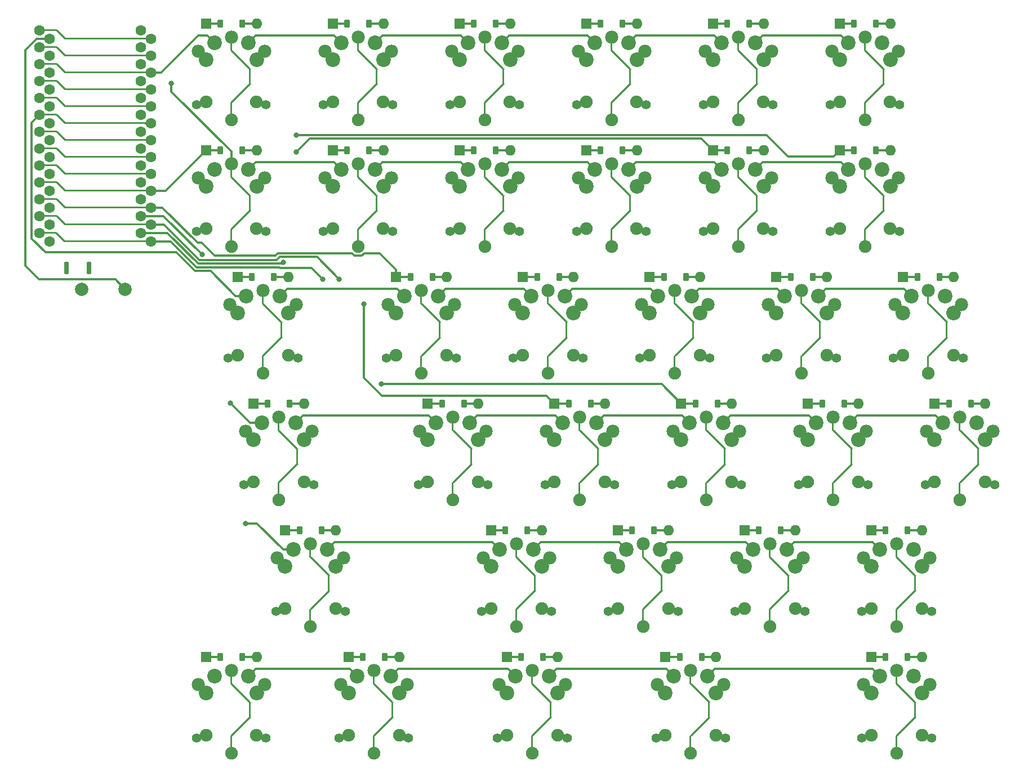
<source format=gbr>
%TF.GenerationSoftware,KiCad,Pcbnew,8.0.6*%
%TF.CreationDate,2025-05-11T12:33:18+09:00*%
%TF.ProjectId,65_split_left,36355f73-706c-4697-945f-6c6566742e6b,rev?*%
%TF.SameCoordinates,PX12f0318PYf8a778*%
%TF.FileFunction,Copper,L2,Bot*%
%TF.FilePolarity,Positive*%
%FSLAX46Y46*%
G04 Gerber Fmt 4.6, Leading zero omitted, Abs format (unit mm)*
G04 Created by KiCad (PCBNEW 8.0.6) date 2025-05-11 12:33:18*
%MOMM*%
%LPD*%
G01*
G04 APERTURE LIST*
G04 Aperture macros list*
%AMRoundRect*
0 Rectangle with rounded corners*
0 $1 Rounding radius*
0 $2 $3 $4 $5 $6 $7 $8 $9 X,Y pos of 4 corners*
0 Add a 4 corners polygon primitive as box body*
4,1,4,$2,$3,$4,$5,$6,$7,$8,$9,$2,$3,0*
0 Add four circle primitives for the rounded corners*
1,1,$1+$1,$2,$3*
1,1,$1+$1,$4,$5*
1,1,$1+$1,$6,$7*
1,1,$1+$1,$8,$9*
0 Add four rect primitives between the rounded corners*
20,1,$1+$1,$2,$3,$4,$5,0*
20,1,$1+$1,$4,$5,$6,$7,0*
20,1,$1+$1,$6,$7,$8,$9,0*
20,1,$1+$1,$8,$9,$2,$3,0*%
G04 Aperture macros list end*
%TA.AperFunction,ComponentPad*%
%ADD10C,2.200000*%
%TD*%
%TA.AperFunction,SMDPad,CuDef*%
%ADD11RoundRect,0.126998X-0.000010X-0.889001X0.000010X-0.889001X0.000010X0.889001X-0.000010X0.889001X0*%
%TD*%
%TA.AperFunction,ComponentPad*%
%ADD12C,1.970000*%
%TD*%
%TA.AperFunction,SMDPad,CuDef*%
%ADD13RoundRect,0.126997X-0.000010X-0.842747X0.000010X-0.842747X0.000010X0.842747X-0.000010X0.842747X0*%
%TD*%
%TA.AperFunction,ComponentPad*%
%ADD14C,1.900000*%
%TD*%
%TA.AperFunction,SMDPad,CuDef*%
%ADD15RoundRect,0.127000X-1.392993X1.393007X-1.393007X1.392993X1.392993X-1.393007X1.393007X-1.392993X0*%
%TD*%
%TA.AperFunction,SMDPad,CuDef*%
%ADD16RoundRect,0.127000X-1.393007X-1.392993X-1.392993X-1.393007X1.393007X1.392993X1.392993X1.393007X0*%
%TD*%
%TA.AperFunction,SMDPad,CuDef*%
%ADD17RoundRect,0.127000X-0.000010X-1.143000X0.000010X-1.143000X0.000010X1.143000X-0.000010X1.143000X0*%
%TD*%
%TA.AperFunction,ComponentPad*%
%ADD18R,1.600000X1.600000*%
%TD*%
%TA.AperFunction,SMDPad,CuDef*%
%ADD19RoundRect,0.041667X-0.625080X0.085333X-0.625080X-0.085333X0.625080X-0.085333X0.625080X0.085333X0*%
%TD*%
%TA.AperFunction,SMDPad,CuDef*%
%ADD20RoundRect,0.225000X0.225000X0.375000X-0.225000X0.375000X-0.225000X-0.375000X0.225000X-0.375000X0*%
%TD*%
%TA.AperFunction,ComponentPad*%
%ADD21C,1.400000*%
%TD*%
%TA.AperFunction,ComponentPad*%
%ADD22O,1.600000X1.600000*%
%TD*%
%TA.AperFunction,ComponentPad*%
%ADD23C,2.000000*%
%TD*%
%TA.AperFunction,SMDPad,CuDef*%
%ADD24RoundRect,0.126994X-0.952506X0.000010X-0.952506X-0.000010X0.952506X-0.000010X0.952506X0.000010X0*%
%TD*%
%TA.AperFunction,ComponentPad*%
%ADD25C,1.600000*%
%TD*%
%TA.AperFunction,SMDPad,CuDef*%
%ADD26RoundRect,0.127000X-0.634975X0.634989X-0.634989X0.634975X0.634975X-0.634989X0.634989X-0.634975X0*%
%TD*%
%TA.AperFunction,SMDPad,CuDef*%
%ADD27RoundRect,0.126996X-6.603501X0.000010X-6.603501X-0.000010X6.603501X-0.000010X6.603501X0.000010X0*%
%TD*%
%TA.AperFunction,SMDPad,CuDef*%
%ADD28RoundRect,0.170000X-0.170000X-0.780000X0.170000X-0.780000X0.170000X0.780000X-0.170000X0.780000X0*%
%TD*%
%TA.AperFunction,ComponentPad*%
%ADD29C,0.700000*%
%TD*%
%TA.AperFunction,ViaPad*%
%ADD30C,0.800000*%
%TD*%
%TA.AperFunction,Conductor*%
%ADD31C,0.300000*%
%TD*%
G04 APERTURE END LIST*
D10*
%TO.P,SW32,1,1*%
%TO.N,/ROW 5*%
X75652750Y-99695000D03*
D11*
X78192749Y-109600999D03*
D12*
X78192750Y-98875000D03*
D13*
X78192750Y-99995256D03*
D14*
X78192750Y-111275000D03*
D15*
X79589750Y-102235000D03*
D16*
X79589750Y-107315000D03*
D10*
X80732750Y-99695000D03*
D17*
X80986750Y-104775000D03*
D18*
%TO.P,SW32,2,2*%
%TO.N,/COL 2*%
X74382750Y-96825000D03*
D19*
X75592750Y-96825000D03*
D20*
X76542750Y-96825000D03*
D21*
%TO.P,SW32,3,3*%
%TO.N,unconnected-(SW32-Pad3)_5*%
X72972750Y-108975000D03*
D12*
%TO.N,unconnected-(SW32-Pad3)_12*%
X73192750Y-100975000D03*
D10*
%TO.N,unconnected-(SW32-Pad3)_6*%
X74382750Y-102235000D03*
D14*
%TO.N,unconnected-(SW32-Pad3)_4*%
X74392750Y-108575000D03*
D20*
%TO.N,unconnected-(SW32-Pad3)_2*%
X79843750Y-96825000D03*
D19*
%TO.N,unconnected-(SW32-Pad3)*%
X80692750Y-96825000D03*
D14*
%TO.N,unconnected-(SW32-Pad3)_11*%
X81992750Y-108575000D03*
D22*
%TO.N,unconnected-(SW32-Pad3)_13*%
X82002750Y-96825000D03*
D10*
%TO.N,unconnected-(SW32-Pad3)_14*%
X82002750Y-102235000D03*
D12*
%TO.N,unconnected-(SW32-Pad3)_7*%
X83192750Y-100975000D03*
D21*
%TO.N,unconnected-(SW32-Pad3)_3*%
X83412750Y-108975000D03*
%TD*%
D10*
%TO.P,SW28,1,1*%
%TO.N,/ROW 4*%
X111371500Y-80645000D03*
D11*
X113911499Y-90550999D03*
D12*
X113911500Y-79825000D03*
D13*
X113911500Y-80945256D03*
D14*
X113911500Y-92225000D03*
D15*
X115308500Y-83185000D03*
D16*
X115308500Y-88265000D03*
D10*
X116451500Y-80645000D03*
D17*
X116705500Y-85725000D03*
D18*
%TO.P,SW28,2,2*%
%TO.N,/COL 3*%
X110101500Y-77775000D03*
D19*
X111311500Y-77775000D03*
D20*
X112261500Y-77775000D03*
D21*
%TO.P,SW28,3,3*%
%TO.N,unconnected-(SW28-Pad3)_5*%
X108691500Y-89925000D03*
D12*
%TO.N,unconnected-(SW28-Pad3)_4*%
X108911500Y-81925000D03*
D10*
%TO.N,unconnected-(SW28-Pad3)_12*%
X110101500Y-83185000D03*
D14*
%TO.N,unconnected-(SW28-Pad3)_18*%
X110111500Y-89525000D03*
D20*
%TO.N,unconnected-(SW28-Pad3)_20*%
X115562500Y-77775000D03*
D19*
%TO.N,unconnected-(SW28-Pad3)_6*%
X116411500Y-77775000D03*
D14*
%TO.N,unconnected-(SW28-Pad3)_11*%
X117711500Y-89525000D03*
D22*
%TO.N,unconnected-(SW28-Pad3)_2*%
X117721500Y-77775000D03*
D10*
%TO.N,unconnected-(SW28-Pad3)_1*%
X117721500Y-83185000D03*
D12*
%TO.N,unconnected-(SW28-Pad3)_13*%
X118911500Y-81925000D03*
D21*
%TO.N,unconnected-(SW28-Pad3)_16*%
X119131500Y-89925000D03*
%TD*%
D10*
%TO.P,SW11,1,1*%
%TO.N,/ROW 1*%
X106609000Y-23495000D03*
D11*
X109148999Y-33400999D03*
D12*
X109149000Y-22675000D03*
D13*
X109149000Y-23795256D03*
D14*
X109149000Y-35075000D03*
D15*
X110546000Y-26035000D03*
D16*
X110546000Y-31115000D03*
D10*
X111689000Y-23495000D03*
D17*
X111943000Y-28575000D03*
D18*
%TO.P,SW11,2,2*%
%TO.N,/COL 4*%
X105339000Y-20625000D03*
D19*
X106549000Y-20625000D03*
D20*
X107499000Y-20625000D03*
D21*
%TO.P,SW11,3,3*%
%TO.N,unconnected-(SW11-Pad3)_11*%
X103929000Y-32775000D03*
D12*
%TO.N,unconnected-(SW11-Pad3)_15*%
X104149000Y-24775000D03*
D10*
%TO.N,unconnected-(SW11-Pad3)_16*%
X105339000Y-26035000D03*
D14*
%TO.N,unconnected-(SW11-Pad3)_17*%
X105349000Y-32375000D03*
D20*
%TO.N,unconnected-(SW11-Pad3)_6*%
X110800000Y-20625000D03*
D19*
%TO.N,unconnected-(SW11-Pad3)_14*%
X111649000Y-20625000D03*
D14*
%TO.N,unconnected-(SW11-Pad3)_2*%
X112949000Y-32375000D03*
D22*
%TO.N,unconnected-(SW11-Pad3)_12*%
X112959000Y-20625000D03*
D10*
%TO.N,unconnected-(SW11-Pad3)_9*%
X112959000Y-26035000D03*
D12*
%TO.N,unconnected-(SW11-Pad3)_10*%
X114149000Y-24775000D03*
D21*
%TO.N,unconnected-(SW11-Pad3)_19*%
X114369000Y-32775000D03*
%TD*%
D10*
%TO.P,SW20,1,1*%
%TO.N,/ROW 3*%
X63746500Y-61595000D03*
D11*
X66286499Y-71500999D03*
D12*
X66286500Y-60775000D03*
D13*
X66286500Y-61895256D03*
D14*
X66286500Y-73175000D03*
D15*
X67683500Y-64135000D03*
D16*
X67683500Y-69215000D03*
D10*
X68826500Y-61595000D03*
D17*
X69080500Y-66675000D03*
D18*
%TO.P,SW20,2,2*%
%TO.N,/COL 1*%
X62476500Y-58725000D03*
D19*
X63686500Y-58725000D03*
D20*
X64636500Y-58725000D03*
D21*
%TO.P,SW20,3,3*%
%TO.N,unconnected-(SW20-Pad3)_3*%
X61066500Y-70875000D03*
D12*
%TO.N,unconnected-(SW20-Pad3)_13*%
X61286500Y-62875000D03*
D10*
%TO.N,unconnected-(SW20-Pad3)_12*%
X62476500Y-64135000D03*
D14*
%TO.N,unconnected-(SW20-Pad3)_19*%
X62486500Y-70475000D03*
D20*
%TO.N,unconnected-(SW20-Pad3)_1*%
X67937500Y-58725000D03*
D19*
%TO.N,unconnected-(SW20-Pad3)_10*%
X68786500Y-58725000D03*
D14*
%TO.N,unconnected-(SW20-Pad3)_2*%
X70086500Y-70475000D03*
D22*
%TO.N,unconnected-(SW20-Pad3)_7*%
X70096500Y-58725000D03*
D10*
%TO.N,unconnected-(SW20-Pad3)_17*%
X70096500Y-64135000D03*
D12*
%TO.N,unconnected-(SW20-Pad3)*%
X71286500Y-62875000D03*
D21*
%TO.N,unconnected-(SW20-Pad3)_15*%
X71506500Y-70875000D03*
%TD*%
D10*
%TO.P,SW9,1,1*%
%TO.N,/ROW 1*%
X68509000Y-23495000D03*
D11*
X71048999Y-33400999D03*
D12*
X71049000Y-22675000D03*
D13*
X71049000Y-23795256D03*
D14*
X71049000Y-35075000D03*
D15*
X72446000Y-26035000D03*
D16*
X72446000Y-31115000D03*
D10*
X73589000Y-23495000D03*
D17*
X73843000Y-28575000D03*
D18*
%TO.P,SW9,2,2*%
%TO.N,/COL 2*%
X67239000Y-20625000D03*
D19*
X68449000Y-20625000D03*
D20*
X69399000Y-20625000D03*
D21*
%TO.P,SW9,3,3*%
%TO.N,unconnected-(SW9-Pad3)_6*%
X65829000Y-32775000D03*
D12*
%TO.N,unconnected-(SW9-Pad3)*%
X66049000Y-24775000D03*
D10*
%TO.N,unconnected-(SW9-Pad3)_13*%
X67239000Y-26035000D03*
D14*
%TO.N,unconnected-(SW9-Pad3)_16*%
X67249000Y-32375000D03*
D20*
%TO.N,unconnected-(SW9-Pad3)_10*%
X72700000Y-20625000D03*
D19*
%TO.N,unconnected-(SW9-Pad3)_19*%
X73549000Y-20625000D03*
D14*
%TO.N,unconnected-(SW9-Pad3)_15*%
X74849000Y-32375000D03*
D22*
%TO.N,unconnected-(SW9-Pad3)_14*%
X74859000Y-20625000D03*
D10*
%TO.N,unconnected-(SW9-Pad3)_3*%
X74859000Y-26035000D03*
D12*
%TO.N,unconnected-(SW9-Pad3)_12*%
X76049000Y-24775000D03*
D21*
%TO.N,unconnected-(SW9-Pad3)_11*%
X76269000Y-32775000D03*
%TD*%
D10*
%TO.P,SW29,1,1*%
%TO.N,/ROW 4*%
X130421500Y-80645000D03*
D11*
X132961499Y-90550999D03*
D12*
X132961500Y-79825000D03*
D13*
X132961500Y-80945256D03*
D14*
X132961500Y-92225000D03*
D15*
X134358500Y-83185000D03*
D16*
X134358500Y-88265000D03*
D10*
X135501500Y-80645000D03*
D17*
X135755500Y-85725000D03*
D18*
%TO.P,SW29,2,2*%
%TO.N,/COL 4*%
X129151500Y-77775000D03*
D19*
X130361500Y-77775000D03*
D20*
X131311500Y-77775000D03*
D21*
%TO.P,SW29,3,3*%
%TO.N,unconnected-(SW29-Pad3)_2*%
X127741500Y-89925000D03*
D12*
%TO.N,unconnected-(SW29-Pad3)_16*%
X127961500Y-81925000D03*
D10*
%TO.N,unconnected-(SW29-Pad3)_21*%
X129151500Y-83185000D03*
D14*
%TO.N,unconnected-(SW29-Pad3)_11*%
X129161500Y-89525000D03*
D20*
%TO.N,unconnected-(SW29-Pad3)_13*%
X134612500Y-77775000D03*
D19*
%TO.N,unconnected-(SW29-Pad3)_4*%
X135461500Y-77775000D03*
D14*
%TO.N,unconnected-(SW29-Pad3)_20*%
X136761500Y-89525000D03*
D22*
%TO.N,unconnected-(SW29-Pad3)_3*%
X136771500Y-77775000D03*
D10*
%TO.N,unconnected-(SW29-Pad3)_7*%
X136771500Y-83185000D03*
D12*
%TO.N,unconnected-(SW29-Pad3)_12*%
X137961500Y-81925000D03*
D21*
%TO.N,unconnected-(SW29-Pad3)_8*%
X138181500Y-89925000D03*
%TD*%
D10*
%TO.P,SW18,1,1*%
%TO.N,/ROW 2*%
X135184000Y-42545000D03*
D11*
X137723999Y-52450999D03*
D12*
X137724000Y-41725000D03*
D13*
X137724000Y-42845256D03*
D14*
X137724000Y-54125000D03*
D15*
X139121000Y-45085000D03*
D16*
X139121000Y-50165000D03*
D10*
X140264000Y-42545000D03*
D17*
X140518000Y-47625000D03*
D18*
%TO.P,SW18,2,2*%
%TO.N,/COL 5*%
X133914000Y-39675000D03*
D19*
X135124000Y-39675000D03*
D20*
X136074000Y-39675000D03*
D21*
%TO.P,SW18,3,3*%
%TO.N,unconnected-(SW18-Pad3)_18*%
X132504000Y-51825000D03*
D12*
%TO.N,unconnected-(SW18-Pad3)*%
X132724000Y-43825000D03*
D10*
%TO.N,unconnected-(SW18-Pad3)_14*%
X133914000Y-45085000D03*
D14*
%TO.N,unconnected-(SW18-Pad3)_10*%
X133924000Y-51425000D03*
D20*
%TO.N,unconnected-(SW18-Pad3)_17*%
X139375000Y-39675000D03*
D19*
%TO.N,unconnected-(SW18-Pad3)_9*%
X140224000Y-39675000D03*
D14*
%TO.N,unconnected-(SW18-Pad3)_19*%
X141524000Y-51425000D03*
D22*
%TO.N,unconnected-(SW18-Pad3)_21*%
X141534000Y-39675000D03*
D10*
%TO.N,unconnected-(SW18-Pad3)_3*%
X141534000Y-45085000D03*
D12*
%TO.N,unconnected-(SW18-Pad3)_2*%
X142724000Y-43825000D03*
D21*
%TO.N,unconnected-(SW18-Pad3)_11*%
X142944000Y-51825000D03*
%TD*%
D10*
%TO.P,SW21,1,1*%
%TO.N,/ROW 3*%
X82796500Y-61595000D03*
D11*
X85336499Y-71500999D03*
D12*
X85336500Y-60775000D03*
D13*
X85336500Y-61895256D03*
D14*
X85336500Y-73175000D03*
D15*
X86733500Y-64135000D03*
D16*
X86733500Y-69215000D03*
D10*
X87876500Y-61595000D03*
D17*
X88130500Y-66675000D03*
D18*
%TO.P,SW21,2,2*%
%TO.N,/COL 2*%
X81526500Y-58725000D03*
D19*
X82736500Y-58725000D03*
D20*
X83686500Y-58725000D03*
D21*
%TO.P,SW21,3,3*%
%TO.N,unconnected-(SW21-Pad3)_1*%
X80116500Y-70875000D03*
D12*
%TO.N,unconnected-(SW21-Pad3)_14*%
X80336500Y-62875000D03*
D10*
%TO.N,unconnected-(SW21-Pad3)_19*%
X81526500Y-64135000D03*
D14*
%TO.N,unconnected-(SW21-Pad3)_15*%
X81536500Y-70475000D03*
D20*
%TO.N,unconnected-(SW21-Pad3)_13*%
X86987500Y-58725000D03*
D19*
%TO.N,unconnected-(SW21-Pad3)_4*%
X87836500Y-58725000D03*
D14*
%TO.N,unconnected-(SW21-Pad3)_21*%
X89136500Y-70475000D03*
D22*
%TO.N,unconnected-(SW21-Pad3)_20*%
X89146500Y-58725000D03*
D10*
%TO.N,unconnected-(SW21-Pad3)_10*%
X89146500Y-64135000D03*
D12*
%TO.N,unconnected-(SW21-Pad3)_11*%
X90336500Y-62875000D03*
D21*
%TO.N,unconnected-(SW21-Pad3)_18*%
X90556500Y-70875000D03*
%TD*%
D23*
%TO.P,J2,1,Pin_1*%
%TO.N,GND*%
X10500000Y-41500000D03*
%TD*%
D10*
%TO.P,SW3,1,1*%
%TO.N,/ROW 0*%
X68509000Y-4445000D03*
D11*
X71048999Y-14350999D03*
D12*
X71049000Y-3625000D03*
D13*
X71049000Y-4745256D03*
D14*
X71049000Y-16025000D03*
D15*
X72446000Y-6985000D03*
D16*
X72446000Y-12065000D03*
D10*
X73589000Y-4445000D03*
D17*
X73843000Y-9525000D03*
D18*
%TO.P,SW3,2,2*%
%TO.N,/COL 2*%
X67239000Y-1575000D03*
D19*
X68449000Y-1575000D03*
D20*
X69399000Y-1575000D03*
D21*
%TO.P,SW3,3,3*%
%TO.N,unconnected-(SW3-Pad3)_18*%
X65829000Y-13725000D03*
D12*
%TO.N,unconnected-(SW3-Pad3)_9*%
X66049000Y-5725000D03*
D10*
%TO.N,unconnected-(SW3-Pad3)*%
X67239000Y-6985000D03*
D14*
%TO.N,unconnected-(SW3-Pad3)_2*%
X67249000Y-13325000D03*
D20*
%TO.N,unconnected-(SW3-Pad3)_5*%
X72700000Y-1575000D03*
D19*
%TO.N,unconnected-(SW3-Pad3)_10*%
X73549000Y-1575000D03*
D14*
%TO.N,unconnected-(SW3-Pad3)_4*%
X74849000Y-13325000D03*
D22*
%TO.N,unconnected-(SW3-Pad3)_12*%
X74859000Y-1575000D03*
D10*
%TO.N,unconnected-(SW3-Pad3)_11*%
X74859000Y-6985000D03*
D12*
%TO.N,unconnected-(SW3-Pad3)_3*%
X76049000Y-5725000D03*
D21*
%TO.N,unconnected-(SW3-Pad3)_19*%
X76269000Y-13725000D03*
%TD*%
D10*
%TO.P,SW34,1,1*%
%TO.N,/ROW 5*%
X130421500Y-99695000D03*
D11*
X132961499Y-109600999D03*
D12*
X132961500Y-98875000D03*
D13*
X132961500Y-99995256D03*
D14*
X132961500Y-111275000D03*
D15*
X134358500Y-102235000D03*
D16*
X134358500Y-107315000D03*
D10*
X135501500Y-99695000D03*
D17*
X135755500Y-104775000D03*
D18*
%TO.P,SW34,2,2*%
%TO.N,/COL 4*%
X129151500Y-96825000D03*
D19*
X130361500Y-96825000D03*
D20*
X131311500Y-96825000D03*
D21*
%TO.P,SW34,3,3*%
%TO.N,unconnected-(SW34-Pad3)*%
X127741500Y-108975000D03*
D12*
%TO.N,unconnected-(SW34-Pad3)_15*%
X127961500Y-100975000D03*
D10*
%TO.N,unconnected-(SW34-Pad3)_21*%
X129151500Y-102235000D03*
D14*
%TO.N,unconnected-(SW34-Pad3)_8*%
X129161500Y-108575000D03*
D20*
%TO.N,unconnected-(SW34-Pad3)_12*%
X134612500Y-96825000D03*
D19*
%TO.N,unconnected-(SW34-Pad3)_13*%
X135461500Y-96825000D03*
D14*
%TO.N,unconnected-(SW34-Pad3)_4*%
X136761500Y-108575000D03*
D22*
%TO.N,unconnected-(SW34-Pad3)_14*%
X136771500Y-96825000D03*
D10*
%TO.N,unconnected-(SW34-Pad3)_6*%
X136771500Y-102235000D03*
D12*
%TO.N,unconnected-(SW34-Pad3)_18*%
X137961500Y-100975000D03*
D21*
%TO.N,unconnected-(SW34-Pad3)_16*%
X138181500Y-108975000D03*
%TD*%
D10*
%TO.P,SW14,1,1*%
%TO.N,/ROW 2*%
X58984000Y-42545000D03*
D11*
X61523999Y-52450999D03*
D12*
X61524000Y-41725000D03*
D13*
X61524000Y-42845256D03*
D14*
X61524000Y-54125000D03*
D15*
X62921000Y-45085000D03*
D16*
X62921000Y-50165000D03*
D10*
X64064000Y-42545000D03*
D17*
X64318000Y-47625000D03*
D18*
%TO.P,SW14,2,2*%
%TO.N,/COL 1*%
X57714000Y-39675000D03*
D19*
X58924000Y-39675000D03*
D20*
X59874000Y-39675000D03*
D21*
%TO.P,SW14,3,3*%
%TO.N,unconnected-(SW14-Pad3)_7*%
X56304000Y-51825000D03*
D12*
%TO.N,unconnected-(SW14-Pad3)_21*%
X56524000Y-43825000D03*
D10*
%TO.N,unconnected-(SW14-Pad3)_3*%
X57714000Y-45085000D03*
D14*
%TO.N,unconnected-(SW14-Pad3)_17*%
X57724000Y-51425000D03*
D20*
%TO.N,unconnected-(SW14-Pad3)_14*%
X63175000Y-39675000D03*
D19*
%TO.N,unconnected-(SW14-Pad3)_12*%
X64024000Y-39675000D03*
D14*
%TO.N,unconnected-(SW14-Pad3)_11*%
X65324000Y-51425000D03*
D22*
%TO.N,unconnected-(SW14-Pad3)_2*%
X65334000Y-39675000D03*
D10*
%TO.N,unconnected-(SW14-Pad3)_9*%
X65334000Y-45085000D03*
D12*
%TO.N,unconnected-(SW14-Pad3)_8*%
X66524000Y-43825000D03*
D21*
%TO.N,unconnected-(SW14-Pad3)*%
X66744000Y-51825000D03*
%TD*%
D10*
%TO.P,SW10,1,1*%
%TO.N,/ROW 1*%
X87559000Y-23495000D03*
D11*
X90098999Y-33400999D03*
D12*
X90099000Y-22675000D03*
D13*
X90099000Y-23795256D03*
D14*
X90099000Y-35075000D03*
D15*
X91496000Y-26035000D03*
D16*
X91496000Y-31115000D03*
D10*
X92639000Y-23495000D03*
D17*
X92893000Y-28575000D03*
D18*
%TO.P,SW10,2,2*%
%TO.N,/COL 3*%
X86289000Y-20625000D03*
D19*
X87499000Y-20625000D03*
D20*
X88449000Y-20625000D03*
D21*
%TO.P,SW10,3,3*%
%TO.N,unconnected-(SW10-Pad3)*%
X84879000Y-32775000D03*
D12*
%TO.N,unconnected-(SW10-Pad3)_17*%
X85099000Y-24775000D03*
D10*
%TO.N,unconnected-(SW10-Pad3)_16*%
X86289000Y-26035000D03*
D14*
%TO.N,unconnected-(SW10-Pad3)_19*%
X86299000Y-32375000D03*
D20*
%TO.N,unconnected-(SW10-Pad3)_5*%
X91750000Y-20625000D03*
D19*
%TO.N,unconnected-(SW10-Pad3)_6*%
X92599000Y-20625000D03*
D14*
%TO.N,unconnected-(SW10-Pad3)_9*%
X93899000Y-32375000D03*
D22*
%TO.N,unconnected-(SW10-Pad3)_13*%
X93909000Y-20625000D03*
D10*
%TO.N,unconnected-(SW10-Pad3)_14*%
X93909000Y-26035000D03*
D12*
%TO.N,unconnected-(SW10-Pad3)_11*%
X95099000Y-24775000D03*
D21*
%TO.N,unconnected-(SW10-Pad3)_21*%
X95319000Y-32775000D03*
%TD*%
D10*
%TO.P,SW15,1,1*%
%TO.N,/ROW 2*%
X78034000Y-42545000D03*
D11*
X80573999Y-52450999D03*
D12*
X80574000Y-41725000D03*
D13*
X80574000Y-42845256D03*
D14*
X80574000Y-54125000D03*
D15*
X81971000Y-45085000D03*
D16*
X81971000Y-50165000D03*
D10*
X83114000Y-42545000D03*
D17*
X83368000Y-47625000D03*
D18*
%TO.P,SW15,2,2*%
%TO.N,/COL 2*%
X76764000Y-39675000D03*
D19*
X77974000Y-39675000D03*
D20*
X78924000Y-39675000D03*
D21*
%TO.P,SW15,3,3*%
%TO.N,unconnected-(SW15-Pad3)_10*%
X75354000Y-51825000D03*
D12*
%TO.N,unconnected-(SW15-Pad3)_9*%
X75574000Y-43825000D03*
D10*
%TO.N,unconnected-(SW15-Pad3)_11*%
X76764000Y-45085000D03*
D14*
%TO.N,unconnected-(SW15-Pad3)_2*%
X76774000Y-51425000D03*
D20*
%TO.N,unconnected-(SW15-Pad3)_18*%
X82225000Y-39675000D03*
D19*
%TO.N,unconnected-(SW15-Pad3)_7*%
X83074000Y-39675000D03*
D14*
%TO.N,unconnected-(SW15-Pad3)_3*%
X84374000Y-51425000D03*
D22*
%TO.N,unconnected-(SW15-Pad3)_13*%
X84384000Y-39675000D03*
D10*
%TO.N,unconnected-(SW15-Pad3)_14*%
X84384000Y-45085000D03*
D12*
%TO.N,unconnected-(SW15-Pad3)_6*%
X85574000Y-43825000D03*
D21*
%TO.N,unconnected-(SW15-Pad3)_1*%
X85794000Y-51825000D03*
%TD*%
D10*
%TO.P,SW27,1,1*%
%TO.N,/ROW 4*%
X92321500Y-80645000D03*
D11*
X94861499Y-90550999D03*
D12*
X94861500Y-79825000D03*
D13*
X94861500Y-80945256D03*
D14*
X94861500Y-92225000D03*
D15*
X96258500Y-83185000D03*
D16*
X96258500Y-88265000D03*
D10*
X97401500Y-80645000D03*
D17*
X97655500Y-85725000D03*
D18*
%TO.P,SW27,2,2*%
%TO.N,/COL 2*%
X91051500Y-77775000D03*
D19*
X92261500Y-77775000D03*
D20*
X93211500Y-77775000D03*
D21*
%TO.P,SW27,3,3*%
%TO.N,unconnected-(SW27-Pad3)_17*%
X89641500Y-89925000D03*
D12*
%TO.N,unconnected-(SW27-Pad3)_4*%
X89861500Y-81925000D03*
D10*
%TO.N,unconnected-(SW27-Pad3)_3*%
X91051500Y-83185000D03*
D14*
%TO.N,unconnected-(SW27-Pad3)_20*%
X91061500Y-89525000D03*
D20*
%TO.N,unconnected-(SW27-Pad3)_18*%
X96512500Y-77775000D03*
D19*
%TO.N,unconnected-(SW27-Pad3)_8*%
X97361500Y-77775000D03*
D14*
%TO.N,unconnected-(SW27-Pad3)_15*%
X98661500Y-89525000D03*
D22*
%TO.N,unconnected-(SW27-Pad3)_2*%
X98671500Y-77775000D03*
D10*
%TO.N,unconnected-(SW27-Pad3)_11*%
X98671500Y-83185000D03*
D12*
%TO.N,unconnected-(SW27-Pad3)_12*%
X99861500Y-81925000D03*
D21*
%TO.N,unconnected-(SW27-Pad3)_6*%
X100081500Y-89925000D03*
%TD*%
D10*
%TO.P,SW8,1,1*%
%TO.N,/ROW 1*%
X49459000Y-23495000D03*
D11*
X51998999Y-33400999D03*
D12*
X51999000Y-22675000D03*
D13*
X51999000Y-23795256D03*
D14*
X51999000Y-35075000D03*
D15*
X53396000Y-26035000D03*
D16*
X53396000Y-31115000D03*
D10*
X54539000Y-23495000D03*
D17*
X54793000Y-28575000D03*
D18*
%TO.P,SW8,2,2*%
%TO.N,/COL 1*%
X48189000Y-20625000D03*
D19*
X49399000Y-20625000D03*
D20*
X50349000Y-20625000D03*
D21*
%TO.P,SW8,3,3*%
%TO.N,unconnected-(SW8-Pad3)_11*%
X46779000Y-32775000D03*
D12*
%TO.N,unconnected-(SW8-Pad3)_13*%
X46999000Y-24775000D03*
D10*
%TO.N,unconnected-(SW8-Pad3)*%
X48189000Y-26035000D03*
D14*
%TO.N,unconnected-(SW8-Pad3)_5*%
X48199000Y-32375000D03*
D20*
%TO.N,unconnected-(SW8-Pad3)_12*%
X53650000Y-20625000D03*
D19*
%TO.N,unconnected-(SW8-Pad3)_17*%
X54499000Y-20625000D03*
D14*
%TO.N,unconnected-(SW8-Pad3)_14*%
X55799000Y-32375000D03*
D22*
%TO.N,unconnected-(SW8-Pad3)_3*%
X55809000Y-20625000D03*
D10*
%TO.N,unconnected-(SW8-Pad3)_7*%
X55809000Y-26035000D03*
D12*
%TO.N,unconnected-(SW8-Pad3)_15*%
X56999000Y-24775000D03*
D21*
%TO.N,unconnected-(SW8-Pad3)_19*%
X57219000Y-32775000D03*
%TD*%
D10*
%TO.P,SW33,1,1*%
%TO.N,/ROW 5*%
X99465250Y-99695000D03*
D11*
X102005249Y-109600999D03*
D12*
X102005250Y-98875000D03*
D13*
X102005250Y-99995256D03*
D14*
X102005250Y-111275000D03*
D15*
X103402250Y-102235000D03*
D16*
X103402250Y-107315000D03*
D10*
X104545250Y-99695000D03*
D17*
X104799250Y-104775000D03*
D18*
%TO.P,SW33,2,2*%
%TO.N,/COL 3*%
X98195250Y-96825000D03*
D19*
X99405250Y-96825000D03*
D20*
X100355250Y-96825000D03*
D21*
%TO.P,SW33,3,3*%
%TO.N,unconnected-(SW33-Pad3)_21*%
X96785250Y-108975000D03*
D12*
%TO.N,unconnected-(SW33-Pad3)_3*%
X97005250Y-100975000D03*
D10*
%TO.N,unconnected-(SW33-Pad3)_2*%
X98195250Y-102235000D03*
D14*
%TO.N,unconnected-(SW33-Pad3)_12*%
X98205250Y-108575000D03*
D20*
%TO.N,unconnected-(SW33-Pad3)_18*%
X103656250Y-96825000D03*
D19*
%TO.N,unconnected-(SW33-Pad3)_19*%
X104505250Y-96825000D03*
D14*
%TO.N,unconnected-(SW33-Pad3)_20*%
X105805250Y-108575000D03*
D22*
%TO.N,unconnected-(SW33-Pad3)_8*%
X105815250Y-96825000D03*
D10*
%TO.N,unconnected-(SW33-Pad3)_7*%
X105815250Y-102235000D03*
D12*
%TO.N,unconnected-(SW33-Pad3)_1*%
X107005250Y-100975000D03*
D21*
%TO.N,unconnected-(SW33-Pad3)*%
X107225250Y-108975000D03*
%TD*%
D10*
%TO.P,SW30,1,1*%
%TO.N,/ROW 5*%
X30409000Y-99695000D03*
D11*
X32948999Y-109600999D03*
D12*
X32949000Y-98875000D03*
D13*
X32949000Y-99995256D03*
D14*
X32949000Y-111275000D03*
D15*
X34346000Y-102235000D03*
D16*
X34346000Y-107315000D03*
D10*
X35489000Y-99695000D03*
D17*
X35743000Y-104775000D03*
D18*
%TO.P,SW30,2,2*%
%TO.N,/COL 0*%
X29139000Y-96825000D03*
D19*
X30349000Y-96825000D03*
D20*
X31299000Y-96825000D03*
D21*
%TO.P,SW30,3,3*%
%TO.N,unconnected-(SW30-Pad3)_15*%
X27729000Y-108975000D03*
D12*
%TO.N,unconnected-(SW30-Pad3)*%
X27949000Y-100975000D03*
D10*
%TO.N,unconnected-(SW30-Pad3)_19*%
X29139000Y-102235000D03*
D14*
%TO.N,unconnected-(SW30-Pad3)_8*%
X29149000Y-108575000D03*
D20*
%TO.N,unconnected-(SW30-Pad3)_11*%
X34600000Y-96825000D03*
D19*
%TO.N,unconnected-(SW30-Pad3)_7*%
X35449000Y-96825000D03*
D14*
%TO.N,unconnected-(SW30-Pad3)_18*%
X36749000Y-108575000D03*
D22*
%TO.N,unconnected-(SW30-Pad3)_4*%
X36759000Y-96825000D03*
D10*
%TO.N,unconnected-(SW30-Pad3)_12*%
X36759000Y-102235000D03*
D12*
%TO.N,unconnected-(SW30-Pad3)_14*%
X37949000Y-100975000D03*
D21*
%TO.N,unconnected-(SW30-Pad3)_21*%
X38169000Y-108975000D03*
%TD*%
D10*
%TO.P,SW4,1,1*%
%TO.N,/ROW 0*%
X87559000Y-4445000D03*
D11*
X90098999Y-14350999D03*
D12*
X90099000Y-3625000D03*
D13*
X90099000Y-4745256D03*
D14*
X90099000Y-16025000D03*
D15*
X91496000Y-6985000D03*
D16*
X91496000Y-12065000D03*
D10*
X92639000Y-4445000D03*
D17*
X92893000Y-9525000D03*
D18*
%TO.P,SW4,2,2*%
%TO.N,/COL 3*%
X86289000Y-1575000D03*
D19*
X87499000Y-1575000D03*
D20*
X88449000Y-1575000D03*
D21*
%TO.P,SW4,3,3*%
%TO.N,unconnected-(SW4-Pad3)*%
X84879000Y-13725000D03*
D12*
%TO.N,unconnected-(SW4-Pad3)_15*%
X85099000Y-5725000D03*
D10*
%TO.N,unconnected-(SW4-Pad3)_4*%
X86289000Y-6985000D03*
D14*
%TO.N,unconnected-(SW4-Pad3)_13*%
X86299000Y-13325000D03*
D20*
%TO.N,unconnected-(SW4-Pad3)_7*%
X91750000Y-1575000D03*
D19*
%TO.N,unconnected-(SW4-Pad3)_14*%
X92599000Y-1575000D03*
D14*
%TO.N,unconnected-(SW4-Pad3)_17*%
X93899000Y-13325000D03*
D22*
%TO.N,unconnected-(SW4-Pad3)_8*%
X93909000Y-1575000D03*
D10*
%TO.N,unconnected-(SW4-Pad3)_1*%
X93909000Y-6985000D03*
D12*
%TO.N,unconnected-(SW4-Pad3)_21*%
X95099000Y-5725000D03*
D21*
%TO.N,unconnected-(SW4-Pad3)_18*%
X95319000Y-13725000D03*
%TD*%
D10*
%TO.P,SW25,1,1*%
%TO.N,/ROW 4*%
X42315250Y-80645000D03*
D11*
X44855249Y-90550999D03*
D12*
X44855250Y-79825000D03*
D13*
X44855250Y-80945256D03*
D14*
X44855250Y-92225000D03*
D15*
X46252250Y-83185000D03*
D16*
X46252250Y-88265000D03*
D10*
X47395250Y-80645000D03*
D17*
X47649250Y-85725000D03*
D18*
%TO.P,SW25,2,2*%
%TO.N,/COL 0*%
X41045250Y-77775000D03*
D19*
X42255250Y-77775000D03*
D20*
X43205250Y-77775000D03*
D21*
%TO.P,SW25,3,3*%
%TO.N,unconnected-(SW25-Pad3)_19*%
X39635250Y-89925000D03*
D12*
%TO.N,unconnected-(SW25-Pad3)_10*%
X39855250Y-81925000D03*
D10*
%TO.N,unconnected-(SW25-Pad3)_14*%
X41045250Y-83185000D03*
D14*
%TO.N,unconnected-(SW25-Pad3)_8*%
X41055250Y-89525000D03*
D20*
%TO.N,unconnected-(SW25-Pad3)_5*%
X46506250Y-77775000D03*
D19*
%TO.N,unconnected-(SW25-Pad3)_3*%
X47355250Y-77775000D03*
D14*
%TO.N,unconnected-(SW25-Pad3)_15*%
X48655250Y-89525000D03*
D22*
%TO.N,unconnected-(SW25-Pad3)_6*%
X48665250Y-77775000D03*
D10*
%TO.N,unconnected-(SW25-Pad3)_7*%
X48665250Y-83185000D03*
D12*
%TO.N,unconnected-(SW25-Pad3)_4*%
X49855250Y-81925000D03*
D21*
%TO.N,unconnected-(SW25-Pad3)_2*%
X50075250Y-89925000D03*
%TD*%
D10*
%TO.P,SW17,1,1*%
%TO.N,/ROW 2*%
X116134000Y-42545000D03*
D11*
X118673999Y-52450999D03*
D12*
X118674000Y-41725000D03*
D13*
X118674000Y-42845256D03*
D14*
X118674000Y-54125000D03*
D15*
X120071000Y-45085000D03*
D16*
X120071000Y-50165000D03*
D10*
X121214000Y-42545000D03*
D17*
X121468000Y-47625000D03*
D18*
%TO.P,SW17,2,2*%
%TO.N,/COL 4*%
X114864000Y-39675000D03*
D19*
X116074000Y-39675000D03*
D20*
X117024000Y-39675000D03*
D21*
%TO.P,SW17,3,3*%
%TO.N,unconnected-(SW17-Pad3)_7*%
X113454000Y-51825000D03*
D12*
%TO.N,unconnected-(SW17-Pad3)_3*%
X113674000Y-43825000D03*
D10*
%TO.N,unconnected-(SW17-Pad3)_8*%
X114864000Y-45085000D03*
D14*
%TO.N,unconnected-(SW17-Pad3)*%
X114874000Y-51425000D03*
D20*
%TO.N,unconnected-(SW17-Pad3)_9*%
X120325000Y-39675000D03*
D19*
%TO.N,unconnected-(SW17-Pad3)_21*%
X121174000Y-39675000D03*
D14*
%TO.N,unconnected-(SW17-Pad3)_6*%
X122474000Y-51425000D03*
D22*
%TO.N,unconnected-(SW17-Pad3)_4*%
X122484000Y-39675000D03*
D10*
%TO.N,unconnected-(SW17-Pad3)_10*%
X122484000Y-45085000D03*
D12*
%TO.N,unconnected-(SW17-Pad3)_13*%
X123674000Y-43825000D03*
D21*
%TO.N,unconnected-(SW17-Pad3)_2*%
X123894000Y-51825000D03*
%TD*%
D10*
%TO.P,SW26,1,1*%
%TO.N,/ROW 4*%
X73271500Y-80645000D03*
D11*
X75811499Y-90550999D03*
D12*
X75811500Y-79825000D03*
D13*
X75811500Y-80945256D03*
D14*
X75811500Y-92225000D03*
D15*
X77208500Y-83185000D03*
D16*
X77208500Y-88265000D03*
D10*
X78351500Y-80645000D03*
D17*
X78605500Y-85725000D03*
D18*
%TO.P,SW26,2,2*%
%TO.N,/COL 1*%
X72001500Y-77775000D03*
D19*
X73211500Y-77775000D03*
D20*
X74161500Y-77775000D03*
D21*
%TO.P,SW26,3,3*%
%TO.N,unconnected-(SW26-Pad3)*%
X70591500Y-89925000D03*
D12*
%TO.N,unconnected-(SW26-Pad3)_11*%
X70811500Y-81925000D03*
D10*
%TO.N,unconnected-(SW26-Pad3)_16*%
X72001500Y-83185000D03*
D14*
%TO.N,unconnected-(SW26-Pad3)_10*%
X72011500Y-89525000D03*
D20*
%TO.N,unconnected-(SW26-Pad3)_14*%
X77462500Y-77775000D03*
D19*
%TO.N,unconnected-(SW26-Pad3)_15*%
X78311500Y-77775000D03*
D14*
%TO.N,unconnected-(SW26-Pad3)_6*%
X79611500Y-89525000D03*
D22*
%TO.N,unconnected-(SW26-Pad3)_17*%
X79621500Y-77775000D03*
D10*
%TO.N,unconnected-(SW26-Pad3)_4*%
X79621500Y-83185000D03*
D12*
%TO.N,unconnected-(SW26-Pad3)_7*%
X80811500Y-81925000D03*
D21*
%TO.N,unconnected-(SW26-Pad3)_13*%
X81031500Y-89925000D03*
%TD*%
D10*
%TO.P,SW12,1,1*%
%TO.N,/ROW 1*%
X125659000Y-23495000D03*
D11*
X128198999Y-33400999D03*
D12*
X128199000Y-22675000D03*
D13*
X128199000Y-23795256D03*
D14*
X128199000Y-35075000D03*
D15*
X129596000Y-26035000D03*
D16*
X129596000Y-31115000D03*
D10*
X130739000Y-23495000D03*
D17*
X130993000Y-28575000D03*
D18*
%TO.P,SW12,2,2*%
%TO.N,/COL 5*%
X124389000Y-20625000D03*
D19*
X125599000Y-20625000D03*
D20*
X126549000Y-20625000D03*
D21*
%TO.P,SW12,3,3*%
%TO.N,unconnected-(SW12-Pad3)_4*%
X122979000Y-32775000D03*
D12*
%TO.N,unconnected-(SW12-Pad3)_3*%
X123199000Y-24775000D03*
D10*
%TO.N,unconnected-(SW12-Pad3)_20*%
X124389000Y-26035000D03*
D14*
%TO.N,unconnected-(SW12-Pad3)_19*%
X124399000Y-32375000D03*
D20*
%TO.N,unconnected-(SW12-Pad3)_13*%
X129850000Y-20625000D03*
D19*
%TO.N,unconnected-(SW12-Pad3)_10*%
X130699000Y-20625000D03*
D14*
%TO.N,unconnected-(SW12-Pad3)*%
X131999000Y-32375000D03*
D22*
%TO.N,unconnected-(SW12-Pad3)_11*%
X132009000Y-20625000D03*
D10*
%TO.N,unconnected-(SW12-Pad3)_8*%
X132009000Y-26035000D03*
D12*
%TO.N,unconnected-(SW12-Pad3)_7*%
X133199000Y-24775000D03*
D21*
%TO.N,unconnected-(SW12-Pad3)_12*%
X133419000Y-32775000D03*
%TD*%
D10*
%TO.P,SW2,1,1*%
%TO.N,/ROW 0*%
X49459000Y-4445000D03*
D11*
X51998999Y-14350999D03*
D12*
X51999000Y-3625000D03*
D13*
X51999000Y-4745256D03*
D14*
X51999000Y-16025000D03*
D15*
X53396000Y-6985000D03*
D16*
X53396000Y-12065000D03*
D10*
X54539000Y-4445000D03*
D17*
X54793000Y-9525000D03*
D18*
%TO.P,SW2,2,2*%
%TO.N,/COL 1*%
X48189000Y-1575000D03*
D19*
X49399000Y-1575000D03*
D20*
X50349000Y-1575000D03*
D21*
%TO.P,SW2,3,3*%
%TO.N,unconnected-(SW2-Pad3)_21*%
X46779000Y-13725000D03*
D12*
%TO.N,unconnected-(SW2-Pad3)_13*%
X46999000Y-5725000D03*
D10*
%TO.N,unconnected-(SW2-Pad3)_6*%
X48189000Y-6985000D03*
D14*
%TO.N,unconnected-(SW2-Pad3)_2*%
X48199000Y-13325000D03*
D20*
%TO.N,unconnected-(SW2-Pad3)_14*%
X53650000Y-1575000D03*
D19*
%TO.N,unconnected-(SW2-Pad3)_19*%
X54499000Y-1575000D03*
D14*
%TO.N,unconnected-(SW2-Pad3)_17*%
X55799000Y-13325000D03*
D22*
%TO.N,unconnected-(SW2-Pad3)_7*%
X55809000Y-1575000D03*
D10*
%TO.N,unconnected-(SW2-Pad3)_8*%
X55809000Y-6985000D03*
D12*
%TO.N,unconnected-(SW2-Pad3)_16*%
X56999000Y-5725000D03*
D21*
%TO.N,unconnected-(SW2-Pad3)_4*%
X57219000Y-13725000D03*
%TD*%
D10*
%TO.P,SW6,1,1*%
%TO.N,/ROW 0*%
X125659000Y-4445000D03*
D11*
X128198999Y-14350999D03*
D12*
X128199000Y-3625000D03*
D13*
X128199000Y-4745256D03*
D14*
X128199000Y-16025000D03*
D15*
X129596000Y-6985000D03*
D16*
X129596000Y-12065000D03*
D10*
X130739000Y-4445000D03*
D17*
X130993000Y-9525000D03*
D18*
%TO.P,SW6,2,2*%
%TO.N,/COL 5*%
X124389000Y-1575000D03*
D19*
X125599000Y-1575000D03*
D20*
X126549000Y-1575000D03*
D21*
%TO.P,SW6,3,3*%
%TO.N,unconnected-(SW6-Pad3)_11*%
X122979000Y-13725000D03*
D12*
%TO.N,unconnected-(SW6-Pad3)_3*%
X123199000Y-5725000D03*
D10*
%TO.N,unconnected-(SW6-Pad3)_9*%
X124389000Y-6985000D03*
D14*
%TO.N,unconnected-(SW6-Pad3)_14*%
X124399000Y-13325000D03*
D20*
%TO.N,unconnected-(SW6-Pad3)_21*%
X129850000Y-1575000D03*
D19*
%TO.N,unconnected-(SW6-Pad3)_7*%
X130699000Y-1575000D03*
D14*
%TO.N,unconnected-(SW6-Pad3)_4*%
X131999000Y-13325000D03*
D22*
%TO.N,unconnected-(SW6-Pad3)_5*%
X132009000Y-1575000D03*
D10*
%TO.N,unconnected-(SW6-Pad3)_20*%
X132009000Y-6985000D03*
D12*
%TO.N,unconnected-(SW6-Pad3)_10*%
X133199000Y-5725000D03*
D21*
%TO.N,unconnected-(SW6-Pad3)_18*%
X133419000Y-13725000D03*
%TD*%
D10*
%TO.P,SW5,1,1*%
%TO.N,/ROW 0*%
X106609000Y-4445000D03*
D11*
X109148999Y-14350999D03*
D12*
X109149000Y-3625000D03*
D13*
X109149000Y-4745256D03*
D14*
X109149000Y-16025000D03*
D15*
X110546000Y-6985000D03*
D16*
X110546000Y-12065000D03*
D10*
X111689000Y-4445000D03*
D17*
X111943000Y-9525000D03*
D18*
%TO.P,SW5,2,2*%
%TO.N,/COL 4*%
X105339000Y-1575000D03*
D19*
X106549000Y-1575000D03*
D20*
X107499000Y-1575000D03*
D21*
%TO.P,SW5,3,3*%
%TO.N,unconnected-(SW5-Pad3)_7*%
X103929000Y-13725000D03*
D12*
%TO.N,unconnected-(SW5-Pad3)_3*%
X104149000Y-5725000D03*
D10*
%TO.N,unconnected-(SW5-Pad3)_19*%
X105339000Y-6985000D03*
D14*
%TO.N,unconnected-(SW5-Pad3)_20*%
X105349000Y-13325000D03*
D20*
%TO.N,unconnected-(SW5-Pad3)_2*%
X110800000Y-1575000D03*
D19*
%TO.N,unconnected-(SW5-Pad3)_15*%
X111649000Y-1575000D03*
D14*
%TO.N,unconnected-(SW5-Pad3)_5*%
X112949000Y-13325000D03*
D22*
%TO.N,unconnected-(SW5-Pad3)_8*%
X112959000Y-1575000D03*
D10*
%TO.N,unconnected-(SW5-Pad3)_16*%
X112959000Y-6985000D03*
D12*
%TO.N,unconnected-(SW5-Pad3)_17*%
X114149000Y-5725000D03*
D21*
%TO.N,unconnected-(SW5-Pad3)_12*%
X114369000Y-13725000D03*
%TD*%
D10*
%TO.P,SW24,1,1*%
%TO.N,/ROW 3*%
X139946500Y-61595000D03*
D11*
X142486499Y-71500999D03*
D12*
X142486500Y-60775000D03*
D13*
X142486500Y-61895256D03*
D14*
X142486500Y-73175000D03*
D15*
X143883500Y-64135000D03*
D16*
X143883500Y-69215000D03*
D10*
X145026500Y-61595000D03*
D17*
X145280500Y-66675000D03*
D18*
%TO.P,SW24,2,2*%
%TO.N,/COL 5*%
X138676500Y-58725000D03*
D19*
X139886500Y-58725000D03*
D20*
X140836500Y-58725000D03*
D21*
%TO.P,SW24,3,3*%
%TO.N,unconnected-(SW24-Pad3)_8*%
X137266500Y-70875000D03*
D12*
%TO.N,unconnected-(SW24-Pad3)_9*%
X137486500Y-62875000D03*
D10*
%TO.N,unconnected-(SW24-Pad3)_6*%
X138676500Y-64135000D03*
D14*
%TO.N,unconnected-(SW24-Pad3)_18*%
X138686500Y-70475000D03*
D20*
%TO.N,unconnected-(SW24-Pad3)_2*%
X144137500Y-58725000D03*
D19*
%TO.N,unconnected-(SW24-Pad3)_17*%
X144986500Y-58725000D03*
D14*
%TO.N,unconnected-(SW24-Pad3)_7*%
X146286500Y-70475000D03*
D22*
%TO.N,unconnected-(SW24-Pad3)_13*%
X146296500Y-58725000D03*
D10*
%TO.N,unconnected-(SW24-Pad3)_16*%
X146296500Y-64135000D03*
D12*
%TO.N,unconnected-(SW24-Pad3)_4*%
X147486500Y-62875000D03*
D21*
%TO.N,unconnected-(SW24-Pad3)_19*%
X147706500Y-70875000D03*
%TD*%
D24*
%TO.P,U1,1,TX0/D3*%
%TO.N,/ROW 1*%
X5707500Y-5079998D03*
D25*
X4120000Y-5080000D03*
D26*
X7295000Y-5714996D03*
D25*
X20884000Y-6349996D03*
D27*
X14582497Y-6350000D03*
D24*
%TO.P,U1,2,RX1/D2*%
%TO.N,/ROW 0*%
X5707500Y-7619998D03*
D25*
X4120000Y-7620000D03*
D26*
X7295000Y-8254996D03*
D25*
X20884000Y-8889996D03*
D27*
X14582497Y-8890000D03*
D24*
%TO.P,U1,3,GND*%
%TO.N,GND*%
X5707500Y-10159998D03*
D25*
X4120000Y-10160000D03*
D26*
X7295000Y-10794996D03*
D25*
X20884000Y-11429996D03*
D27*
X14582497Y-11430000D03*
D24*
%TO.P,U1,4,GND*%
X5707500Y-12699998D03*
D25*
X4120000Y-12700000D03*
D26*
X7295000Y-13334996D03*
D25*
X20884000Y-13969996D03*
D27*
X14582497Y-13970000D03*
D24*
%TO.P,U1,5,2/D1/SDA*%
%TO.N,/ROW 2*%
X5707500Y-15239998D03*
D25*
X4120000Y-15240000D03*
D26*
X7295000Y-15874996D03*
D25*
X20884000Y-16509996D03*
D27*
X14582497Y-16510000D03*
D24*
%TO.P,U1,6,3/D0/SCL*%
%TO.N,/ROW 3*%
X5707500Y-17779998D03*
D25*
X4120000Y-17780000D03*
D26*
X7295000Y-18414996D03*
D25*
X20884000Y-19049996D03*
D27*
X14582497Y-19050000D03*
D24*
%TO.P,U1,7,4/D4*%
%TO.N,/ROW 4*%
X5707500Y-20319998D03*
D25*
X4120000Y-20320000D03*
D26*
X7295000Y-20954996D03*
D25*
X20884000Y-21589996D03*
D27*
X14582497Y-21590000D03*
D24*
%TO.P,U1,8,5/C6*%
%TO.N,/ROW 5*%
X5707500Y-22859998D03*
D25*
X4120000Y-22860000D03*
D26*
X7295000Y-23494996D03*
D25*
X20884000Y-24129996D03*
D27*
X14582497Y-24130000D03*
D24*
%TO.P,U1,9,6/D7*%
%TO.N,/COL 0*%
X5707500Y-25399998D03*
D25*
X4120000Y-25400000D03*
D26*
X7295000Y-26034996D03*
D25*
X20884000Y-26669996D03*
D27*
X14582497Y-26670000D03*
D24*
%TO.P,U1,10,7/E6*%
%TO.N,/COL 1*%
X5707500Y-27939998D03*
D25*
X4120000Y-27940000D03*
D26*
X7295000Y-28574996D03*
D25*
X20884000Y-29209996D03*
D27*
X14582497Y-29210000D03*
D24*
%TO.P,U1,11,8/B4*%
%TO.N,/COL 2*%
X5707500Y-30479998D03*
D25*
X4120000Y-30480000D03*
D26*
X7295000Y-31114996D03*
D25*
X20884000Y-31749996D03*
D27*
X14582497Y-31750000D03*
D24*
%TO.P,U1,12,9/B5*%
%TO.N,/COL 3*%
X5659003Y-33019998D03*
D25*
X4120000Y-33020000D03*
D26*
X7246503Y-33654996D03*
D25*
X20884000Y-34289996D03*
D27*
X14534000Y-34290000D03*
D25*
%TO.P,U1,13,B6/10*%
%TO.N,/COL 4*%
X19360000Y-33020000D03*
X5644000Y-34289996D03*
%TO.P,U1,14,B2/16*%
%TO.N,/COL 5*%
X19360000Y-30480000D03*
X5644000Y-31749996D03*
%TO.P,U1,15,B3/14*%
%TO.N,unconnected-(U1-B3{slash}14-Pad15)_2*%
X19360000Y-27940000D03*
%TO.N,unconnected-(U1-B3{slash}14-Pad15)_3*%
X5644000Y-29209996D03*
%TO.P,U1,16,B1/15*%
%TO.N,unconnected-(U1-B1{slash}15-Pad16)_2*%
X19360000Y-25400000D03*
%TO.N,unconnected-(U1-B1{slash}15-Pad16)_3*%
X5644000Y-26669996D03*
%TO.P,U1,17,F7/A0*%
%TO.N,unconnected-(U1-F7{slash}A0-Pad17)_3*%
X19360000Y-22860000D03*
%TO.N,unconnected-(U1-F7{slash}A0-Pad17)*%
X5644000Y-24129996D03*
%TO.P,U1,18,F6/A1*%
%TO.N,unconnected-(U1-F6{slash}A1-Pad18)_2*%
X19360000Y-20320000D03*
%TO.N,unconnected-(U1-F6{slash}A1-Pad18)_1*%
X5644000Y-21589996D03*
%TO.P,U1,19,F5/A2*%
%TO.N,unconnected-(U1-F5{slash}A2-Pad19)_1*%
X19360000Y-17780000D03*
%TO.N,unconnected-(U1-F5{slash}A2-Pad19)_2*%
X5644000Y-19049996D03*
%TO.P,U1,20,F4/A3*%
%TO.N,unconnected-(U1-F4{slash}A3-Pad20)*%
X19360000Y-15240000D03*
%TO.N,unconnected-(U1-F4{slash}A3-Pad20)_3*%
X5644000Y-16509996D03*
%TO.P,U1,21,VCC*%
%TO.N,VCC*%
X19360000Y-12700000D03*
X5644000Y-13969996D03*
%TO.P,U1,22,RST*%
%TO.N,Net-(U1-RST)*%
X19360000Y-10160000D03*
X5644000Y-11429996D03*
%TO.P,U1,23,GND*%
%TO.N,GND*%
X19360000Y-7620000D03*
X5644000Y-8889996D03*
%TO.P,U1,24,RAW*%
%TO.N,unconnected-(U1-RAW-Pad24)_3*%
X19360000Y-5080000D03*
%TO.N,unconnected-(U1-RAW-Pad24)_1*%
X5644000Y-6349996D03*
%TO.P,U1,25,BAT+*%
%TO.N,+BATT*%
X19360000Y-2540000D03*
X5644000Y-3809996D03*
%TO.P,U1,26,GND*%
%TO.N,GND*%
X4120000Y-2540000D03*
D24*
X5707500Y-2540002D03*
D26*
X7295000Y-3175000D03*
D25*
X20884000Y-3810000D03*
D27*
X14582497Y-3810004D03*
%TD*%
D10*
%TO.P,SW31,1,1*%
%TO.N,/ROW 5*%
X51840250Y-99695000D03*
D11*
X54380249Y-109600999D03*
D12*
X54380250Y-98875000D03*
D13*
X54380250Y-99995256D03*
D14*
X54380250Y-111275000D03*
D15*
X55777250Y-102235000D03*
D16*
X55777250Y-107315000D03*
D10*
X56920250Y-99695000D03*
D17*
X57174250Y-104775000D03*
D18*
%TO.P,SW31,2,2*%
%TO.N,/COL 1*%
X50570250Y-96825000D03*
D19*
X51780250Y-96825000D03*
D20*
X52730250Y-96825000D03*
D21*
%TO.P,SW31,3,3*%
%TO.N,unconnected-(SW31-Pad3)_16*%
X49160250Y-108975000D03*
D12*
%TO.N,unconnected-(SW31-Pad3)_13*%
X49380250Y-100975000D03*
D10*
%TO.N,unconnected-(SW31-Pad3)_15*%
X50570250Y-102235000D03*
D14*
%TO.N,unconnected-(SW31-Pad3)*%
X50580250Y-108575000D03*
D20*
%TO.N,unconnected-(SW31-Pad3)_3*%
X56031250Y-96825000D03*
D19*
%TO.N,unconnected-(SW31-Pad3)_5*%
X56880250Y-96825000D03*
D14*
%TO.N,unconnected-(SW31-Pad3)_12*%
X58180250Y-108575000D03*
D22*
%TO.N,unconnected-(SW31-Pad3)_8*%
X58190250Y-96825000D03*
D10*
%TO.N,unconnected-(SW31-Pad3)_9*%
X58190250Y-102235000D03*
D12*
%TO.N,unconnected-(SW31-Pad3)_19*%
X59380250Y-100975000D03*
D21*
%TO.N,unconnected-(SW31-Pad3)_21*%
X59600250Y-108975000D03*
%TD*%
D10*
%TO.P,SW22,1,1*%
%TO.N,/ROW 3*%
X101846500Y-61595000D03*
D11*
X104386499Y-71500999D03*
D12*
X104386500Y-60775000D03*
D13*
X104386500Y-61895256D03*
D14*
X104386500Y-73175000D03*
D15*
X105783500Y-64135000D03*
D16*
X105783500Y-69215000D03*
D10*
X106926500Y-61595000D03*
D17*
X107180500Y-66675000D03*
D18*
%TO.P,SW22,2,2*%
%TO.N,/COL 3*%
X100576500Y-58725000D03*
D19*
X101786500Y-58725000D03*
D20*
X102736500Y-58725000D03*
D21*
%TO.P,SW22,3,3*%
%TO.N,unconnected-(SW22-Pad3)_13*%
X99166500Y-70875000D03*
D12*
%TO.N,unconnected-(SW22-Pad3)_9*%
X99386500Y-62875000D03*
D10*
%TO.N,unconnected-(SW22-Pad3)_11*%
X100576500Y-64135000D03*
D14*
%TO.N,unconnected-(SW22-Pad3)_18*%
X100586500Y-70475000D03*
D20*
%TO.N,unconnected-(SW22-Pad3)_21*%
X106037500Y-58725000D03*
D19*
%TO.N,unconnected-(SW22-Pad3)_16*%
X106886500Y-58725000D03*
D14*
%TO.N,unconnected-(SW22-Pad3)*%
X108186500Y-70475000D03*
D22*
%TO.N,unconnected-(SW22-Pad3)_7*%
X108196500Y-58725000D03*
D10*
%TO.N,unconnected-(SW22-Pad3)_19*%
X108196500Y-64135000D03*
D12*
%TO.N,unconnected-(SW22-Pad3)_20*%
X109386500Y-62875000D03*
D21*
%TO.N,unconnected-(SW22-Pad3)_3*%
X109606500Y-70875000D03*
%TD*%
D10*
%TO.P,SW1,1,1*%
%TO.N,/ROW 0*%
X30409000Y-4445000D03*
D11*
X32948999Y-14350999D03*
D12*
X32949000Y-3625000D03*
D13*
X32949000Y-4745256D03*
D14*
X32949000Y-16025000D03*
D15*
X34346000Y-6985000D03*
D16*
X34346000Y-12065000D03*
D10*
X35489000Y-4445000D03*
D17*
X35743000Y-9525000D03*
D18*
%TO.P,SW1,2,2*%
%TO.N,/COL 0*%
X29139000Y-1575000D03*
D19*
X30349000Y-1575000D03*
D20*
X31299000Y-1575000D03*
D21*
%TO.P,SW1,3,3*%
%TO.N,unconnected-(SW1-Pad3)_8*%
X27729000Y-13725000D03*
D12*
%TO.N,unconnected-(SW1-Pad3)_20*%
X27949000Y-5725000D03*
D10*
%TO.N,unconnected-(SW1-Pad3)_5*%
X29139000Y-6985000D03*
D14*
%TO.N,unconnected-(SW1-Pad3)_14*%
X29149000Y-13325000D03*
D20*
%TO.N,unconnected-(SW1-Pad3)_15*%
X34600000Y-1575000D03*
D19*
%TO.N,unconnected-(SW1-Pad3)_1*%
X35449000Y-1575000D03*
D14*
%TO.N,unconnected-(SW1-Pad3)_11*%
X36749000Y-13325000D03*
D22*
%TO.N,unconnected-(SW1-Pad3)_3*%
X36759000Y-1575000D03*
D10*
%TO.N,unconnected-(SW1-Pad3)_16*%
X36759000Y-6985000D03*
D12*
%TO.N,unconnected-(SW1-Pad3)_17*%
X37949000Y-5725000D03*
D21*
%TO.N,unconnected-(SW1-Pad3)_7*%
X38169000Y-13725000D03*
%TD*%
D10*
%TO.P,SW13,1,1*%
%TO.N,/ROW 2*%
X35171500Y-42545000D03*
D11*
X37711499Y-52450999D03*
D12*
X37711500Y-41725000D03*
D13*
X37711500Y-42845256D03*
D14*
X37711500Y-54125000D03*
D15*
X39108500Y-45085000D03*
D16*
X39108500Y-50165000D03*
D10*
X40251500Y-42545000D03*
D17*
X40505500Y-47625000D03*
D18*
%TO.P,SW13,2,2*%
%TO.N,/COL 0*%
X33901500Y-39675000D03*
D19*
X35111500Y-39675000D03*
D20*
X36061500Y-39675000D03*
D21*
%TO.P,SW13,3,3*%
%TO.N,unconnected-(SW13-Pad3)_12*%
X32491500Y-51825000D03*
D12*
%TO.N,unconnected-(SW13-Pad3)_3*%
X32711500Y-43825000D03*
D10*
%TO.N,unconnected-(SW13-Pad3)_15*%
X33901500Y-45085000D03*
D14*
%TO.N,unconnected-(SW13-Pad3)_4*%
X33911500Y-51425000D03*
D20*
%TO.N,unconnected-(SW13-Pad3)_1*%
X39362500Y-39675000D03*
D19*
%TO.N,unconnected-(SW13-Pad3)_7*%
X40211500Y-39675000D03*
D14*
%TO.N,unconnected-(SW13-Pad3)_2*%
X41511500Y-51425000D03*
D22*
%TO.N,unconnected-(SW13-Pad3)_19*%
X41521500Y-39675000D03*
D10*
%TO.N,unconnected-(SW13-Pad3)_6*%
X41521500Y-45085000D03*
D12*
%TO.N,unconnected-(SW13-Pad3)_21*%
X42711500Y-43825000D03*
D21*
%TO.N,unconnected-(SW13-Pad3)_14*%
X42931500Y-51825000D03*
%TD*%
D23*
%TO.P,J1,1,Pin_1*%
%TO.N,+BATT*%
X17000000Y-41500000D03*
%TD*%
D10*
%TO.P,SW16,1,1*%
%TO.N,/ROW 2*%
X97084000Y-42545000D03*
D11*
X99623999Y-52450999D03*
D12*
X99624000Y-41725000D03*
D13*
X99624000Y-42845256D03*
D14*
X99624000Y-54125000D03*
D15*
X101021000Y-45085000D03*
D16*
X101021000Y-50165000D03*
D10*
X102164000Y-42545000D03*
D17*
X102418000Y-47625000D03*
D18*
%TO.P,SW16,2,2*%
%TO.N,/COL 3*%
X95814000Y-39675000D03*
D19*
X97024000Y-39675000D03*
D20*
X97974000Y-39675000D03*
D21*
%TO.P,SW16,3,3*%
%TO.N,unconnected-(SW16-Pad3)_19*%
X94404000Y-51825000D03*
D12*
%TO.N,unconnected-(SW16-Pad3)*%
X94624000Y-43825000D03*
D10*
%TO.N,unconnected-(SW16-Pad3)_15*%
X95814000Y-45085000D03*
D14*
%TO.N,unconnected-(SW16-Pad3)_17*%
X95824000Y-51425000D03*
D20*
%TO.N,unconnected-(SW16-Pad3)_14*%
X101275000Y-39675000D03*
D19*
%TO.N,unconnected-(SW16-Pad3)_4*%
X102124000Y-39675000D03*
D14*
%TO.N,unconnected-(SW16-Pad3)_9*%
X103424000Y-51425000D03*
D22*
%TO.N,unconnected-(SW16-Pad3)_7*%
X103434000Y-39675000D03*
D10*
%TO.N,unconnected-(SW16-Pad3)_8*%
X103434000Y-45085000D03*
D12*
%TO.N,unconnected-(SW16-Pad3)_11*%
X104624000Y-43825000D03*
D21*
%TO.N,unconnected-(SW16-Pad3)_12*%
X104844000Y-51825000D03*
%TD*%
D10*
%TO.P,SW23,1,1*%
%TO.N,/ROW 3*%
X120896500Y-61595000D03*
D11*
X123436499Y-71500999D03*
D12*
X123436500Y-60775000D03*
D13*
X123436500Y-61895256D03*
D14*
X123436500Y-73175000D03*
D15*
X124833500Y-64135000D03*
D16*
X124833500Y-69215000D03*
D10*
X125976500Y-61595000D03*
D17*
X126230500Y-66675000D03*
D18*
%TO.P,SW23,2,2*%
%TO.N,/COL 4*%
X119626500Y-58725000D03*
D19*
X120836500Y-58725000D03*
D20*
X121786500Y-58725000D03*
D21*
%TO.P,SW23,3,3*%
%TO.N,unconnected-(SW23-Pad3)_10*%
X118216500Y-70875000D03*
D12*
%TO.N,unconnected-(SW23-Pad3)_5*%
X118436500Y-62875000D03*
D10*
%TO.N,unconnected-(SW23-Pad3)_11*%
X119626500Y-64135000D03*
D14*
%TO.N,unconnected-(SW23-Pad3)_9*%
X119636500Y-70475000D03*
D20*
%TO.N,unconnected-(SW23-Pad3)*%
X125087500Y-58725000D03*
D19*
%TO.N,unconnected-(SW23-Pad3)_21*%
X125936500Y-58725000D03*
D14*
%TO.N,unconnected-(SW23-Pad3)_12*%
X127236500Y-70475000D03*
D22*
%TO.N,unconnected-(SW23-Pad3)_6*%
X127246500Y-58725000D03*
D10*
%TO.N,unconnected-(SW23-Pad3)_13*%
X127246500Y-64135000D03*
D12*
%TO.N,unconnected-(SW23-Pad3)_15*%
X128436500Y-62875000D03*
D21*
%TO.N,unconnected-(SW23-Pad3)_7*%
X128656500Y-70875000D03*
%TD*%
D10*
%TO.P,SW19,1,1*%
%TO.N,/ROW 3*%
X37552750Y-61595000D03*
D11*
X40092749Y-71500999D03*
D12*
X40092750Y-60775000D03*
D13*
X40092750Y-61895256D03*
D14*
X40092750Y-73175000D03*
D15*
X41489750Y-64135000D03*
D16*
X41489750Y-69215000D03*
D10*
X42632750Y-61595000D03*
D17*
X42886750Y-66675000D03*
D18*
%TO.P,SW19,2,2*%
%TO.N,/COL 0*%
X36282750Y-58725000D03*
D19*
X37492750Y-58725000D03*
D20*
X38442750Y-58725000D03*
D21*
%TO.P,SW19,3,3*%
%TO.N,unconnected-(SW19-Pad3)_6*%
X34872750Y-70875000D03*
D12*
%TO.N,unconnected-(SW19-Pad3)_15*%
X35092750Y-62875000D03*
D10*
%TO.N,unconnected-(SW19-Pad3)_2*%
X36282750Y-64135000D03*
D14*
%TO.N,unconnected-(SW19-Pad3)_21*%
X36292750Y-70475000D03*
D20*
%TO.N,unconnected-(SW19-Pad3)_1*%
X41743750Y-58725000D03*
D19*
%TO.N,unconnected-(SW19-Pad3)_5*%
X42592750Y-58725000D03*
D14*
%TO.N,unconnected-(SW19-Pad3)_4*%
X43892750Y-70475000D03*
D22*
%TO.N,unconnected-(SW19-Pad3)_14*%
X43902750Y-58725000D03*
D10*
%TO.N,unconnected-(SW19-Pad3)_9*%
X43902750Y-64135000D03*
D12*
%TO.N,unconnected-(SW19-Pad3)_8*%
X45092750Y-62875000D03*
D21*
%TO.N,unconnected-(SW19-Pad3)_11*%
X45312750Y-70875000D03*
%TD*%
D10*
%TO.P,SW7,1,1*%
%TO.N,/ROW 1*%
X30409000Y-23495000D03*
D11*
X32948999Y-33400999D03*
D12*
X32949000Y-22675000D03*
D13*
X32949000Y-23795256D03*
D14*
X32949000Y-35075000D03*
D15*
X34346000Y-26035000D03*
D16*
X34346000Y-31115000D03*
D10*
X35489000Y-23495000D03*
D17*
X35743000Y-28575000D03*
D18*
%TO.P,SW7,2,2*%
%TO.N,/COL 0*%
X29139000Y-20625000D03*
D19*
X30349000Y-20625000D03*
D20*
X31299000Y-20625000D03*
D21*
%TO.P,SW7,3,3*%
%TO.N,unconnected-(SW7-Pad3)_10*%
X27729000Y-32775000D03*
D12*
%TO.N,unconnected-(SW7-Pad3)_18*%
X27949000Y-24775000D03*
D10*
%TO.N,unconnected-(SW7-Pad3)_13*%
X29139000Y-26035000D03*
D14*
%TO.N,unconnected-(SW7-Pad3)_11*%
X29149000Y-32375000D03*
D20*
%TO.N,unconnected-(SW7-Pad3)_7*%
X34600000Y-20625000D03*
D19*
%TO.N,unconnected-(SW7-Pad3)_5*%
X35449000Y-20625000D03*
D14*
%TO.N,unconnected-(SW7-Pad3)_6*%
X36749000Y-32375000D03*
D22*
%TO.N,unconnected-(SW7-Pad3)_15*%
X36759000Y-20625000D03*
D10*
%TO.N,unconnected-(SW7-Pad3)_2*%
X36759000Y-26035000D03*
D12*
%TO.N,unconnected-(SW7-Pad3)_21*%
X37949000Y-24775000D03*
D21*
%TO.N,unconnected-(SW7-Pad3)_16*%
X38169000Y-32775000D03*
%TD*%
D28*
%TO.P,SW37,1,1*%
%TO.N,Net-(U1-RST)*%
X8135000Y-38305000D03*
D29*
X8135000Y-38305000D03*
D28*
%TO.P,SW37,2,2*%
%TO.N,GND*%
X11535000Y-38305000D03*
D29*
X11535000Y-38305000D03*
%TD*%
D30*
%TO.N,/COL 5*%
X42742000Y-18288000D03*
X28574104Y-36279000D03*
%TO.N,/COL 4*%
X42728000Y-20828000D03*
X40732268Y-37454673D03*
%TO.N,/COL 3*%
X55533666Y-55775817D03*
X46726607Y-40034463D03*
%TO.N,/COL 2*%
X49191000Y-39991000D03*
X52888000Y-43688000D03*
%TO.N,/ROW 1*%
X23964000Y-10541000D03*
%TO.N,/ROW 4*%
X35108000Y-76708000D03*
%TO.N,/ROW 3*%
X32841046Y-58658954D03*
%TD*%
D31*
%TO.N,/COL 5*%
X123452879Y-21561121D02*
X124389000Y-20625000D01*
X28574104Y-36279000D02*
X22775104Y-30480000D01*
X22775104Y-30480000D02*
X19360000Y-30480000D01*
X42742000Y-18288000D02*
X113381626Y-18288000D01*
X113381626Y-18288000D02*
X116654747Y-21561121D01*
X116654747Y-21561121D02*
X123452879Y-21561121D01*
%TO.N,/COL 4*%
X42728000Y-20828000D02*
X44714000Y-18842000D01*
X44714000Y-18842000D02*
X103556000Y-18842000D01*
X40732268Y-37454673D02*
X40549941Y-37637000D01*
X27954894Y-37637000D02*
X23337894Y-33020000D01*
X103556000Y-18842000D02*
X105339000Y-20625000D01*
X40549941Y-37637000D02*
X27954894Y-37637000D01*
X23337894Y-33020000D02*
X19360000Y-33020000D01*
%TO.N,/COL 3*%
X40279046Y-38291000D02*
X44983144Y-38291000D01*
X27725420Y-38191000D02*
X40179046Y-38191000D01*
X40179046Y-38191000D02*
X40279046Y-38291000D01*
X23824416Y-34289996D02*
X27725420Y-38191000D01*
X44983144Y-38291000D02*
X46726607Y-40034463D01*
X97627317Y-55775817D02*
X100576500Y-58725000D01*
X20884000Y-34289996D02*
X23824416Y-34289996D01*
X55533666Y-55775817D02*
X97627317Y-55775817D01*
%TO.N,/COL 2*%
X49191000Y-39991000D02*
X45832799Y-36632799D01*
X52888000Y-43688000D02*
X52888000Y-54851070D01*
X80322500Y-57521000D02*
X81526500Y-58725000D01*
X52888000Y-54851070D02*
X55557930Y-57521000D01*
X40242702Y-36632799D02*
X39792501Y-37083000D01*
X45832799Y-36632799D02*
X40242702Y-36632799D01*
X22851364Y-31749996D02*
X20884000Y-31749996D01*
X28184368Y-37083000D02*
X22851364Y-31749996D01*
X39792501Y-37083000D02*
X28184368Y-37083000D01*
X55557930Y-57521000D02*
X80322500Y-57521000D01*
%TO.N,/COL 1*%
X28500000Y-34500000D02*
X30429000Y-36429000D01*
X51438154Y-36429000D02*
X52559846Y-36429000D01*
X52559846Y-36429000D02*
X52920846Y-36068000D01*
X30429000Y-36429000D02*
X39581572Y-36429000D01*
X27892708Y-34500000D02*
X28500000Y-34500000D01*
X51077154Y-36068000D02*
X51438154Y-36429000D01*
X55230000Y-36068000D02*
X57714000Y-38552000D01*
X52920846Y-36068000D02*
X55230000Y-36068000D01*
X57714000Y-38552000D02*
X57714000Y-39675000D01*
X20884000Y-29209996D02*
X22602704Y-29209996D01*
X39581572Y-36429000D02*
X39942572Y-36068000D01*
X22602704Y-29209996D02*
X27892708Y-34500000D01*
X39942572Y-36068000D02*
X51077154Y-36068000D01*
%TO.N,/COL 0*%
X23094004Y-26669996D02*
X29139000Y-20625000D01*
X20884000Y-26669996D02*
X23094004Y-26669996D01*
%TO.N,/ROW 0*%
X93738999Y-3345001D02*
X105509001Y-3345001D01*
X36588999Y-3345001D02*
X35489000Y-4445000D01*
X29309001Y-3345001D02*
X30409000Y-4445000D01*
X74688999Y-3345001D02*
X73589000Y-4445000D01*
X68509000Y-4445000D02*
X67409001Y-3345001D01*
X105509001Y-3345001D02*
X106609000Y-4445000D01*
X112788999Y-3345001D02*
X111689000Y-4445000D01*
X67409001Y-3345001D02*
X55638999Y-3345001D01*
X55638999Y-3345001D02*
X54539000Y-4445000D01*
X27984999Y-3345001D02*
X29309001Y-3345001D01*
X86459001Y-3345001D02*
X74688999Y-3345001D01*
X125659000Y-4445000D02*
X124559001Y-3345001D01*
X49459000Y-4445000D02*
X48359001Y-3345001D01*
X20884000Y-8889996D02*
X22440004Y-8889996D01*
X22440004Y-8889996D02*
X27984999Y-3345001D01*
X87559000Y-4445000D02*
X86459001Y-3345001D01*
X48359001Y-3345001D02*
X36588999Y-3345001D01*
X124559001Y-3345001D02*
X112788999Y-3345001D01*
X92639000Y-4445000D02*
X93738999Y-3345001D01*
%TO.N,/ROW 1*%
X32949000Y-20779226D02*
X23964000Y-11794226D01*
X105509001Y-22395001D02*
X106609000Y-23495000D01*
X86459001Y-22395001D02*
X87559000Y-23495000D01*
X93738999Y-22395001D02*
X105509001Y-22395001D01*
X124559001Y-22395001D02*
X125659000Y-23495000D01*
X112788999Y-22395001D02*
X124559001Y-22395001D01*
X92639000Y-23495000D02*
X93738999Y-22395001D01*
X67409001Y-22395001D02*
X68509000Y-23495000D01*
X48359001Y-22395001D02*
X49459000Y-23495000D01*
X54539000Y-23495000D02*
X55638999Y-22395001D01*
X23964000Y-11794226D02*
X23964000Y-10541000D01*
X32949000Y-22675000D02*
X32949000Y-20779226D01*
X55638999Y-22395001D02*
X67409001Y-22395001D01*
X35489000Y-23495000D02*
X36588999Y-22395001D01*
X111689000Y-23495000D02*
X112788999Y-22395001D01*
X36588999Y-22395001D02*
X48359001Y-22395001D01*
X73589000Y-23495000D02*
X74688999Y-22395001D01*
X74688999Y-22395001D02*
X86459001Y-22395001D01*
%TO.N,/ROW 2*%
X115034001Y-41445001D02*
X103263999Y-41445001D01*
X58984000Y-42545000D02*
X57884001Y-41445001D01*
X24700946Y-35950000D02*
X27495946Y-38745000D01*
X27495946Y-38745000D02*
X29815866Y-38745000D01*
X5000000Y-35950000D02*
X24700946Y-35950000D01*
X76934001Y-41445001D02*
X65163999Y-41445001D01*
X29815866Y-38745000D02*
X33615866Y-42545000D01*
X33615866Y-42545000D02*
X35171500Y-42545000D01*
X134084001Y-41445001D02*
X122313999Y-41445001D01*
X2916000Y-33866000D02*
X5000000Y-35950000D01*
X116134000Y-42545000D02*
X115034001Y-41445001D01*
X103263999Y-41445001D02*
X102164000Y-42545000D01*
X57884001Y-41445001D02*
X41351499Y-41445001D01*
X2916000Y-16444000D02*
X2916000Y-33866000D01*
X135184000Y-42545000D02*
X134084001Y-41445001D01*
X20884000Y-16509996D02*
X20046714Y-16509996D01*
X41351499Y-41445001D02*
X40251500Y-42545000D01*
X97084000Y-42545000D02*
X95984001Y-41445001D01*
X4120000Y-15240000D02*
X2916000Y-16444000D01*
X65163999Y-41445001D02*
X64064000Y-42545000D01*
X84213999Y-41445001D02*
X83114000Y-42545000D01*
X78034000Y-42545000D02*
X76934001Y-41445001D01*
X122313999Y-41445001D02*
X121214000Y-42545000D01*
X95984001Y-41445001D02*
X84213999Y-41445001D01*
%TO.N,/ROW 4*%
X91221501Y-79545001D02*
X79451499Y-79545001D01*
X111371500Y-80645000D02*
X110271501Y-79545001D01*
X117551499Y-79545001D02*
X116451500Y-80645000D01*
X98501499Y-79545001D02*
X97401500Y-80645000D01*
X48495249Y-79545001D02*
X47395250Y-80645000D01*
X72171501Y-79545001D02*
X48495249Y-79545001D01*
X129321501Y-79545001D02*
X117551499Y-79545001D01*
X110271501Y-79545001D02*
X98501499Y-79545001D01*
X40752000Y-80645000D02*
X36815000Y-76708000D01*
X130421500Y-80645000D02*
X129321501Y-79545001D01*
X42315250Y-80645000D02*
X40752000Y-80645000D01*
X79451499Y-79545001D02*
X78351500Y-80645000D01*
X92321500Y-80645000D02*
X91221501Y-79545001D01*
X73271500Y-80645000D02*
X72171501Y-79545001D01*
X36815000Y-76708000D02*
X35108000Y-76708000D01*
%TO.N,/ROW 5*%
X74552751Y-98595001D02*
X75652750Y-99695000D01*
X104545250Y-99695000D02*
X105645249Y-98595001D01*
X35489000Y-99695000D02*
X36588999Y-98595001D01*
X81832749Y-98595001D02*
X98365251Y-98595001D01*
X105645249Y-98595001D02*
X129321501Y-98595001D01*
X58020249Y-98595001D02*
X74552751Y-98595001D01*
X56920250Y-99695000D02*
X58020249Y-98595001D01*
X98365251Y-98595001D02*
X99465250Y-99695000D01*
X129321501Y-98595001D02*
X130421500Y-99695000D01*
X36588999Y-98595001D02*
X50740251Y-98595001D01*
X50740251Y-98595001D02*
X51840250Y-99695000D01*
X80732750Y-99695000D02*
X81832749Y-98595001D01*
%TO.N,/ROW 3*%
X119796501Y-60495001D02*
X120896500Y-61595000D01*
X42632750Y-61595000D02*
X43732749Y-60495001D01*
X69926499Y-60495001D02*
X81696501Y-60495001D01*
X68826500Y-61595000D02*
X69926499Y-60495001D01*
X125976500Y-61595000D02*
X127076499Y-60495001D01*
X62646501Y-60495001D02*
X63746500Y-61595000D01*
X106926500Y-61595000D02*
X108026499Y-60495001D01*
X32841046Y-58658954D02*
X35777093Y-61595000D01*
X87876500Y-61595000D02*
X88976499Y-60495001D01*
X35777093Y-61595000D02*
X37552750Y-61595000D01*
X100746501Y-60495001D02*
X101846500Y-61595000D01*
X127076499Y-60495001D02*
X138846501Y-60495001D01*
X81696501Y-60495001D02*
X82796500Y-61595000D01*
X43732749Y-60495001D02*
X62646501Y-60495001D01*
X108026499Y-60495001D02*
X119796501Y-60495001D01*
X88976499Y-60495001D02*
X100746501Y-60495001D01*
X138846501Y-60495001D02*
X139946500Y-61595000D01*
%TO.N,+BATT*%
X2000000Y-38000000D02*
X2000000Y-5497286D01*
X15500000Y-40000000D02*
X4000000Y-40000000D01*
X3687290Y-3809996D02*
X5644000Y-3809996D01*
X2000000Y-5497286D02*
X3687290Y-3809996D01*
X4000000Y-40000000D02*
X2000000Y-38000000D01*
X17000000Y-41500000D02*
X15500000Y-40000000D01*
%TD*%
M02*

</source>
